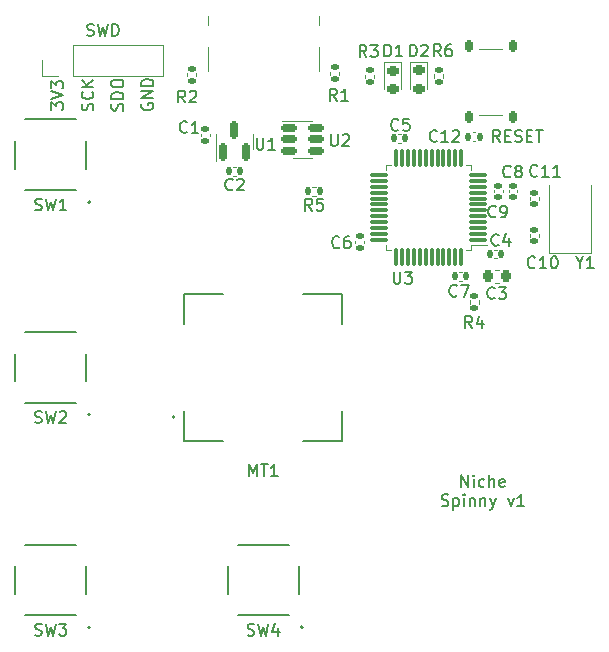
<source format=gto>
G04 #@! TF.GenerationSoftware,KiCad,Pcbnew,(6.0.1-0)*
G04 #@! TF.CreationDate,2022-07-10T21:45:08+01:00*
G04 #@! TF.ProjectId,Spinny,5370696e-6e79-42e6-9b69-6361645f7063,rev?*
G04 #@! TF.SameCoordinates,Original*
G04 #@! TF.FileFunction,Legend,Top*
G04 #@! TF.FilePolarity,Positive*
%FSLAX46Y46*%
G04 Gerber Fmt 4.6, Leading zero omitted, Abs format (unit mm)*
G04 Created by KiCad (PCBNEW (6.0.1-0)) date 2022-07-10 21:45:08*
%MOMM*%
%LPD*%
G01*
G04 APERTURE LIST*
G04 Aperture macros list*
%AMRoundRect*
0 Rectangle with rounded corners*
0 $1 Rounding radius*
0 $2 $3 $4 $5 $6 $7 $8 $9 X,Y pos of 4 corners*
0 Add a 4 corners polygon primitive as box body*
4,1,4,$2,$3,$4,$5,$6,$7,$8,$9,$2,$3,0*
0 Add four circle primitives for the rounded corners*
1,1,$1+$1,$2,$3*
1,1,$1+$1,$4,$5*
1,1,$1+$1,$6,$7*
1,1,$1+$1,$8,$9*
0 Add four rect primitives between the rounded corners*
20,1,$1+$1,$2,$3,$4,$5,0*
20,1,$1+$1,$4,$5,$6,$7,0*
20,1,$1+$1,$6,$7,$8,$9,0*
20,1,$1+$1,$8,$9,$2,$3,0*%
G04 Aperture macros list end*
%ADD10C,0.150000*%
%ADD11C,0.127000*%
%ADD12C,0.200000*%
%ADD13C,0.120000*%
%ADD14R,1.508000X1.508000*%
%ADD15C,1.508000*%
%ADD16RoundRect,0.218750X-0.256250X0.218750X-0.256250X-0.218750X0.256250X-0.218750X0.256250X0.218750X0*%
%ADD17C,3.200000*%
%ADD18RoundRect,0.135000X-0.185000X0.135000X-0.185000X-0.135000X0.185000X-0.135000X0.185000X0.135000X0*%
%ADD19RoundRect,0.140000X-0.140000X-0.170000X0.140000X-0.170000X0.140000X0.170000X-0.140000X0.170000X0*%
%ADD20R,1.650000X1.650000*%
%ADD21C,1.650000*%
%ADD22O,6.000000X3.000000*%
%ADD23R,2.400000X2.000000*%
%ADD24RoundRect,0.075000X0.662500X0.075000X-0.662500X0.075000X-0.662500X-0.075000X0.662500X-0.075000X0*%
%ADD25RoundRect,0.075000X0.075000X0.662500X-0.075000X0.662500X-0.075000X-0.662500X0.075000X-0.662500X0*%
%ADD26C,0.650000*%
%ADD27R,0.600000X1.450000*%
%ADD28R,0.300000X1.450000*%
%ADD29O,1.000000X2.100000*%
%ADD30O,1.000000X1.600000*%
%ADD31RoundRect,0.150000X0.150000X-0.587500X0.150000X0.587500X-0.150000X0.587500X-0.150000X-0.587500X0*%
%ADD32RoundRect,0.140000X0.140000X0.170000X-0.140000X0.170000X-0.140000X-0.170000X0.140000X-0.170000X0*%
%ADD33RoundRect,0.140000X-0.170000X0.140000X-0.170000X-0.140000X0.170000X-0.140000X0.170000X0.140000X0*%
%ADD34RoundRect,0.140000X0.170000X-0.140000X0.170000X0.140000X-0.170000X0.140000X-0.170000X-0.140000X0*%
%ADD35RoundRect,0.135000X-0.135000X-0.185000X0.135000X-0.185000X0.135000X0.185000X-0.135000X0.185000X0*%
%ADD36RoundRect,0.225000X-0.225000X-0.250000X0.225000X-0.250000X0.225000X0.250000X-0.225000X0.250000X0*%
%ADD37RoundRect,0.135000X0.185000X-0.135000X0.185000X0.135000X-0.185000X0.135000X-0.185000X-0.135000X0*%
%ADD38RoundRect,0.150000X-0.512500X-0.150000X0.512500X-0.150000X0.512500X0.150000X-0.512500X0.150000X0*%
%ADD39R,1.700000X1.700000*%
%ADD40O,1.700000X1.700000*%
%ADD41RoundRect,0.187500X0.187500X-0.312500X0.187500X0.312500X-0.187500X0.312500X-0.187500X-0.312500X0*%
G04 APERTURE END LIST*
D10*
X135072857Y-71874761D02*
X135215714Y-71922380D01*
X135453809Y-71922380D01*
X135549047Y-71874761D01*
X135596666Y-71827142D01*
X135644285Y-71731904D01*
X135644285Y-71636666D01*
X135596666Y-71541428D01*
X135549047Y-71493809D01*
X135453809Y-71446190D01*
X135263333Y-71398571D01*
X135168095Y-71350952D01*
X135120476Y-71303333D01*
X135072857Y-71208095D01*
X135072857Y-71112857D01*
X135120476Y-71017619D01*
X135168095Y-70970000D01*
X135263333Y-70922380D01*
X135501428Y-70922380D01*
X135644285Y-70970000D01*
X135977619Y-70922380D02*
X136215714Y-71922380D01*
X136406190Y-71208095D01*
X136596666Y-71922380D01*
X136834761Y-70922380D01*
X137215714Y-71922380D02*
X137215714Y-70922380D01*
X137453809Y-70922380D01*
X137596666Y-70970000D01*
X137691904Y-71065238D01*
X137739523Y-71160476D01*
X137787142Y-71350952D01*
X137787142Y-71493809D01*
X137739523Y-71684285D01*
X137691904Y-71779523D01*
X137596666Y-71874761D01*
X137453809Y-71922380D01*
X137215714Y-71922380D01*
X139730000Y-77671904D02*
X139682380Y-77767142D01*
X139682380Y-77910000D01*
X139730000Y-78052857D01*
X139825238Y-78148095D01*
X139920476Y-78195714D01*
X140110952Y-78243333D01*
X140253809Y-78243333D01*
X140444285Y-78195714D01*
X140539523Y-78148095D01*
X140634761Y-78052857D01*
X140682380Y-77910000D01*
X140682380Y-77814761D01*
X140634761Y-77671904D01*
X140587142Y-77624285D01*
X140253809Y-77624285D01*
X140253809Y-77814761D01*
X140682380Y-77195714D02*
X139682380Y-77195714D01*
X140682380Y-76624285D01*
X139682380Y-76624285D01*
X140682380Y-76148095D02*
X139682380Y-76148095D01*
X139682380Y-75910000D01*
X139730000Y-75767142D01*
X139825238Y-75671904D01*
X139920476Y-75624285D01*
X140110952Y-75576666D01*
X140253809Y-75576666D01*
X140444285Y-75624285D01*
X140539523Y-75671904D01*
X140634761Y-75767142D01*
X140682380Y-75910000D01*
X140682380Y-76148095D01*
X132052380Y-78178095D02*
X132052380Y-77559047D01*
X132433333Y-77892380D01*
X132433333Y-77749523D01*
X132480952Y-77654285D01*
X132528571Y-77606666D01*
X132623809Y-77559047D01*
X132861904Y-77559047D01*
X132957142Y-77606666D01*
X133004761Y-77654285D01*
X133052380Y-77749523D01*
X133052380Y-78035238D01*
X133004761Y-78130476D01*
X132957142Y-78178095D01*
X132052380Y-77273333D02*
X133052380Y-76940000D01*
X132052380Y-76606666D01*
X132052380Y-76368571D02*
X132052380Y-75749523D01*
X132433333Y-76082857D01*
X132433333Y-75940000D01*
X132480952Y-75844761D01*
X132528571Y-75797142D01*
X132623809Y-75749523D01*
X132861904Y-75749523D01*
X132957142Y-75797142D01*
X133004761Y-75844761D01*
X133052380Y-75940000D01*
X133052380Y-76225714D01*
X133004761Y-76320952D01*
X132957142Y-76368571D01*
X135564761Y-78225714D02*
X135612380Y-78082857D01*
X135612380Y-77844761D01*
X135564761Y-77749523D01*
X135517142Y-77701904D01*
X135421904Y-77654285D01*
X135326666Y-77654285D01*
X135231428Y-77701904D01*
X135183809Y-77749523D01*
X135136190Y-77844761D01*
X135088571Y-78035238D01*
X135040952Y-78130476D01*
X134993333Y-78178095D01*
X134898095Y-78225714D01*
X134802857Y-78225714D01*
X134707619Y-78178095D01*
X134660000Y-78130476D01*
X134612380Y-78035238D01*
X134612380Y-77797142D01*
X134660000Y-77654285D01*
X135517142Y-76654285D02*
X135564761Y-76701904D01*
X135612380Y-76844761D01*
X135612380Y-76940000D01*
X135564761Y-77082857D01*
X135469523Y-77178095D01*
X135374285Y-77225714D01*
X135183809Y-77273333D01*
X135040952Y-77273333D01*
X134850476Y-77225714D01*
X134755238Y-77178095D01*
X134660000Y-77082857D01*
X134612380Y-76940000D01*
X134612380Y-76844761D01*
X134660000Y-76701904D01*
X134707619Y-76654285D01*
X135612380Y-76225714D02*
X134612380Y-76225714D01*
X135612380Y-75654285D02*
X135040952Y-76082857D01*
X134612380Y-75654285D02*
X135183809Y-76225714D01*
X138094761Y-78249523D02*
X138142380Y-78106666D01*
X138142380Y-77868571D01*
X138094761Y-77773333D01*
X138047142Y-77725714D01*
X137951904Y-77678095D01*
X137856666Y-77678095D01*
X137761428Y-77725714D01*
X137713809Y-77773333D01*
X137666190Y-77868571D01*
X137618571Y-78059047D01*
X137570952Y-78154285D01*
X137523333Y-78201904D01*
X137428095Y-78249523D01*
X137332857Y-78249523D01*
X137237619Y-78201904D01*
X137190000Y-78154285D01*
X137142380Y-78059047D01*
X137142380Y-77820952D01*
X137190000Y-77678095D01*
X138142380Y-77249523D02*
X137142380Y-77249523D01*
X137142380Y-77011428D01*
X137190000Y-76868571D01*
X137285238Y-76773333D01*
X137380476Y-76725714D01*
X137570952Y-76678095D01*
X137713809Y-76678095D01*
X137904285Y-76725714D01*
X137999523Y-76773333D01*
X138094761Y-76868571D01*
X138142380Y-77011428D01*
X138142380Y-77249523D01*
X137142380Y-76059047D02*
X137142380Y-75868571D01*
X137190000Y-75773333D01*
X137285238Y-75678095D01*
X137475714Y-75630476D01*
X137809047Y-75630476D01*
X137999523Y-75678095D01*
X138094761Y-75773333D01*
X138142380Y-75868571D01*
X138142380Y-76059047D01*
X138094761Y-76154285D01*
X137999523Y-76249523D01*
X137809047Y-76297142D01*
X137475714Y-76297142D01*
X137285238Y-76249523D01*
X137190000Y-76154285D01*
X137142380Y-76059047D01*
X166756666Y-110127380D02*
X166756666Y-109127380D01*
X167328095Y-110127380D01*
X167328095Y-109127380D01*
X167804285Y-110127380D02*
X167804285Y-109460714D01*
X167804285Y-109127380D02*
X167756666Y-109175000D01*
X167804285Y-109222619D01*
X167851904Y-109175000D01*
X167804285Y-109127380D01*
X167804285Y-109222619D01*
X168709047Y-110079761D02*
X168613809Y-110127380D01*
X168423333Y-110127380D01*
X168328095Y-110079761D01*
X168280476Y-110032142D01*
X168232857Y-109936904D01*
X168232857Y-109651190D01*
X168280476Y-109555952D01*
X168328095Y-109508333D01*
X168423333Y-109460714D01*
X168613809Y-109460714D01*
X168709047Y-109508333D01*
X169137619Y-110127380D02*
X169137619Y-109127380D01*
X169566190Y-110127380D02*
X169566190Y-109603571D01*
X169518571Y-109508333D01*
X169423333Y-109460714D01*
X169280476Y-109460714D01*
X169185238Y-109508333D01*
X169137619Y-109555952D01*
X170423333Y-110079761D02*
X170328095Y-110127380D01*
X170137619Y-110127380D01*
X170042380Y-110079761D01*
X169994761Y-109984523D01*
X169994761Y-109603571D01*
X170042380Y-109508333D01*
X170137619Y-109460714D01*
X170328095Y-109460714D01*
X170423333Y-109508333D01*
X170470952Y-109603571D01*
X170470952Y-109698809D01*
X169994761Y-109794047D01*
X165090000Y-111689761D02*
X165232857Y-111737380D01*
X165470952Y-111737380D01*
X165566190Y-111689761D01*
X165613809Y-111642142D01*
X165661428Y-111546904D01*
X165661428Y-111451666D01*
X165613809Y-111356428D01*
X165566190Y-111308809D01*
X165470952Y-111261190D01*
X165280476Y-111213571D01*
X165185238Y-111165952D01*
X165137619Y-111118333D01*
X165090000Y-111023095D01*
X165090000Y-110927857D01*
X165137619Y-110832619D01*
X165185238Y-110785000D01*
X165280476Y-110737380D01*
X165518571Y-110737380D01*
X165661428Y-110785000D01*
X166090000Y-111070714D02*
X166090000Y-112070714D01*
X166090000Y-111118333D02*
X166185238Y-111070714D01*
X166375714Y-111070714D01*
X166470952Y-111118333D01*
X166518571Y-111165952D01*
X166566190Y-111261190D01*
X166566190Y-111546904D01*
X166518571Y-111642142D01*
X166470952Y-111689761D01*
X166375714Y-111737380D01*
X166185238Y-111737380D01*
X166090000Y-111689761D01*
X166994761Y-111737380D02*
X166994761Y-111070714D01*
X166994761Y-110737380D02*
X166947142Y-110785000D01*
X166994761Y-110832619D01*
X167042380Y-110785000D01*
X166994761Y-110737380D01*
X166994761Y-110832619D01*
X167470952Y-111070714D02*
X167470952Y-111737380D01*
X167470952Y-111165952D02*
X167518571Y-111118333D01*
X167613809Y-111070714D01*
X167756666Y-111070714D01*
X167851904Y-111118333D01*
X167899523Y-111213571D01*
X167899523Y-111737380D01*
X168375714Y-111070714D02*
X168375714Y-111737380D01*
X168375714Y-111165952D02*
X168423333Y-111118333D01*
X168518571Y-111070714D01*
X168661428Y-111070714D01*
X168756666Y-111118333D01*
X168804285Y-111213571D01*
X168804285Y-111737380D01*
X169185238Y-111070714D02*
X169423333Y-111737380D01*
X169661428Y-111070714D02*
X169423333Y-111737380D01*
X169328095Y-111975476D01*
X169280476Y-112023095D01*
X169185238Y-112070714D01*
X170709047Y-111070714D02*
X170947142Y-111737380D01*
X171185238Y-111070714D01*
X172090000Y-111737380D02*
X171518571Y-111737380D01*
X171804285Y-111737380D02*
X171804285Y-110737380D01*
X171709047Y-110880238D01*
X171613809Y-110975476D01*
X171518571Y-111023095D01*
X170027619Y-80912380D02*
X169694285Y-80436190D01*
X169456190Y-80912380D02*
X169456190Y-79912380D01*
X169837142Y-79912380D01*
X169932380Y-79960000D01*
X169980000Y-80007619D01*
X170027619Y-80102857D01*
X170027619Y-80245714D01*
X169980000Y-80340952D01*
X169932380Y-80388571D01*
X169837142Y-80436190D01*
X169456190Y-80436190D01*
X170456190Y-80388571D02*
X170789523Y-80388571D01*
X170932380Y-80912380D02*
X170456190Y-80912380D01*
X170456190Y-79912380D01*
X170932380Y-79912380D01*
X171313333Y-80864761D02*
X171456190Y-80912380D01*
X171694285Y-80912380D01*
X171789523Y-80864761D01*
X171837142Y-80817142D01*
X171884761Y-80721904D01*
X171884761Y-80626666D01*
X171837142Y-80531428D01*
X171789523Y-80483809D01*
X171694285Y-80436190D01*
X171503809Y-80388571D01*
X171408571Y-80340952D01*
X171360952Y-80293333D01*
X171313333Y-80198095D01*
X171313333Y-80102857D01*
X171360952Y-80007619D01*
X171408571Y-79960000D01*
X171503809Y-79912380D01*
X171741904Y-79912380D01*
X171884761Y-79960000D01*
X172313333Y-80388571D02*
X172646666Y-80388571D01*
X172789523Y-80912380D02*
X172313333Y-80912380D01*
X172313333Y-79912380D01*
X172789523Y-79912380D01*
X173075238Y-79912380D02*
X173646666Y-79912380D01*
X173360952Y-80912380D02*
X173360952Y-79912380D01*
X130666666Y-104654761D02*
X130809523Y-104702380D01*
X131047619Y-104702380D01*
X131142857Y-104654761D01*
X131190476Y-104607142D01*
X131238095Y-104511904D01*
X131238095Y-104416666D01*
X131190476Y-104321428D01*
X131142857Y-104273809D01*
X131047619Y-104226190D01*
X130857142Y-104178571D01*
X130761904Y-104130952D01*
X130714285Y-104083333D01*
X130666666Y-103988095D01*
X130666666Y-103892857D01*
X130714285Y-103797619D01*
X130761904Y-103750000D01*
X130857142Y-103702380D01*
X131095238Y-103702380D01*
X131238095Y-103750000D01*
X131571428Y-103702380D02*
X131809523Y-104702380D01*
X132000000Y-103988095D01*
X132190476Y-104702380D01*
X132428571Y-103702380D01*
X132761904Y-103797619D02*
X132809523Y-103750000D01*
X132904761Y-103702380D01*
X133142857Y-103702380D01*
X133238095Y-103750000D01*
X133285714Y-103797619D01*
X133333333Y-103892857D01*
X133333333Y-103988095D01*
X133285714Y-104130952D01*
X132714285Y-104702380D01*
X133333333Y-104702380D01*
X160261904Y-73667380D02*
X160261904Y-72667380D01*
X160500000Y-72667380D01*
X160642857Y-72715000D01*
X160738095Y-72810238D01*
X160785714Y-72905476D01*
X160833333Y-73095952D01*
X160833333Y-73238809D01*
X160785714Y-73429285D01*
X160738095Y-73524523D01*
X160642857Y-73619761D01*
X160500000Y-73667380D01*
X160261904Y-73667380D01*
X161785714Y-73667380D02*
X161214285Y-73667380D01*
X161500000Y-73667380D02*
X161500000Y-72667380D01*
X161404761Y-72810238D01*
X161309523Y-72905476D01*
X161214285Y-72953095D01*
X130666666Y-122654761D02*
X130809523Y-122702380D01*
X131047619Y-122702380D01*
X131142857Y-122654761D01*
X131190476Y-122607142D01*
X131238095Y-122511904D01*
X131238095Y-122416666D01*
X131190476Y-122321428D01*
X131142857Y-122273809D01*
X131047619Y-122226190D01*
X130857142Y-122178571D01*
X130761904Y-122130952D01*
X130714285Y-122083333D01*
X130666666Y-121988095D01*
X130666666Y-121892857D01*
X130714285Y-121797619D01*
X130761904Y-121750000D01*
X130857142Y-121702380D01*
X131095238Y-121702380D01*
X131238095Y-121750000D01*
X131571428Y-121702380D02*
X131809523Y-122702380D01*
X132000000Y-121988095D01*
X132190476Y-122702380D01*
X132428571Y-121702380D01*
X132714285Y-121702380D02*
X133333333Y-121702380D01*
X133000000Y-122083333D01*
X133142857Y-122083333D01*
X133238095Y-122130952D01*
X133285714Y-122178571D01*
X133333333Y-122273809D01*
X133333333Y-122511904D01*
X133285714Y-122607142D01*
X133238095Y-122654761D01*
X133142857Y-122702380D01*
X132857142Y-122702380D01*
X132761904Y-122654761D01*
X132714285Y-122607142D01*
X167683333Y-96652380D02*
X167350000Y-96176190D01*
X167111904Y-96652380D02*
X167111904Y-95652380D01*
X167492857Y-95652380D01*
X167588095Y-95700000D01*
X167635714Y-95747619D01*
X167683333Y-95842857D01*
X167683333Y-95985714D01*
X167635714Y-96080952D01*
X167588095Y-96128571D01*
X167492857Y-96176190D01*
X167111904Y-96176190D01*
X168540476Y-95985714D02*
X168540476Y-96652380D01*
X168302380Y-95604761D02*
X168064285Y-96319047D01*
X168683333Y-96319047D01*
X161433333Y-79857142D02*
X161385714Y-79904761D01*
X161242857Y-79952380D01*
X161147619Y-79952380D01*
X161004761Y-79904761D01*
X160909523Y-79809523D01*
X160861904Y-79714285D01*
X160814285Y-79523809D01*
X160814285Y-79380952D01*
X160861904Y-79190476D01*
X160909523Y-79095238D01*
X161004761Y-79000000D01*
X161147619Y-78952380D01*
X161242857Y-78952380D01*
X161385714Y-79000000D01*
X161433333Y-79047619D01*
X162338095Y-78952380D02*
X161861904Y-78952380D01*
X161814285Y-79428571D01*
X161861904Y-79380952D01*
X161957142Y-79333333D01*
X162195238Y-79333333D01*
X162290476Y-79380952D01*
X162338095Y-79428571D01*
X162385714Y-79523809D01*
X162385714Y-79761904D01*
X162338095Y-79857142D01*
X162290476Y-79904761D01*
X162195238Y-79952380D01*
X161957142Y-79952380D01*
X161861904Y-79904761D01*
X161814285Y-79857142D01*
X164707142Y-80807142D02*
X164659523Y-80854761D01*
X164516666Y-80902380D01*
X164421428Y-80902380D01*
X164278571Y-80854761D01*
X164183333Y-80759523D01*
X164135714Y-80664285D01*
X164088095Y-80473809D01*
X164088095Y-80330952D01*
X164135714Y-80140476D01*
X164183333Y-80045238D01*
X164278571Y-79950000D01*
X164421428Y-79902380D01*
X164516666Y-79902380D01*
X164659523Y-79950000D01*
X164707142Y-79997619D01*
X165659523Y-80902380D02*
X165088095Y-80902380D01*
X165373809Y-80902380D02*
X165373809Y-79902380D01*
X165278571Y-80045238D01*
X165183333Y-80140476D01*
X165088095Y-80188095D01*
X166040476Y-79997619D02*
X166088095Y-79950000D01*
X166183333Y-79902380D01*
X166421428Y-79902380D01*
X166516666Y-79950000D01*
X166564285Y-79997619D01*
X166611904Y-80092857D01*
X166611904Y-80188095D01*
X166564285Y-80330952D01*
X165992857Y-80902380D01*
X166611904Y-80902380D01*
X148799523Y-109212380D02*
X148799523Y-108212380D01*
X149132857Y-108926666D01*
X149466190Y-108212380D01*
X149466190Y-109212380D01*
X149799523Y-108212380D02*
X150370952Y-108212380D01*
X150085238Y-109212380D02*
X150085238Y-108212380D01*
X151228095Y-109212380D02*
X150656666Y-109212380D01*
X150942380Y-109212380D02*
X150942380Y-108212380D01*
X150847142Y-108355238D01*
X150751904Y-108450476D01*
X150656666Y-108498095D01*
X176773809Y-91126190D02*
X176773809Y-91602380D01*
X176440476Y-90602380D02*
X176773809Y-91126190D01*
X177107142Y-90602380D01*
X177964285Y-91602380D02*
X177392857Y-91602380D01*
X177678571Y-91602380D02*
X177678571Y-90602380D01*
X177583333Y-90745238D01*
X177488095Y-90840476D01*
X177392857Y-90888095D01*
X130666666Y-86654761D02*
X130809523Y-86702380D01*
X131047619Y-86702380D01*
X131142857Y-86654761D01*
X131190476Y-86607142D01*
X131238095Y-86511904D01*
X131238095Y-86416666D01*
X131190476Y-86321428D01*
X131142857Y-86273809D01*
X131047619Y-86226190D01*
X130857142Y-86178571D01*
X130761904Y-86130952D01*
X130714285Y-86083333D01*
X130666666Y-85988095D01*
X130666666Y-85892857D01*
X130714285Y-85797619D01*
X130761904Y-85750000D01*
X130857142Y-85702380D01*
X131095238Y-85702380D01*
X131238095Y-85750000D01*
X131571428Y-85702380D02*
X131809523Y-86702380D01*
X132000000Y-85988095D01*
X132190476Y-86702380D01*
X132428571Y-85702380D01*
X133333333Y-86702380D02*
X132761904Y-86702380D01*
X133047619Y-86702380D02*
X133047619Y-85702380D01*
X132952380Y-85845238D01*
X132857142Y-85940476D01*
X132761904Y-85988095D01*
X161038095Y-91902380D02*
X161038095Y-92711904D01*
X161085714Y-92807142D01*
X161133333Y-92854761D01*
X161228571Y-92902380D01*
X161419047Y-92902380D01*
X161514285Y-92854761D01*
X161561904Y-92807142D01*
X161609523Y-92711904D01*
X161609523Y-91902380D01*
X161990476Y-91902380D02*
X162609523Y-91902380D01*
X162276190Y-92283333D01*
X162419047Y-92283333D01*
X162514285Y-92330952D01*
X162561904Y-92378571D01*
X162609523Y-92473809D01*
X162609523Y-92711904D01*
X162561904Y-92807142D01*
X162514285Y-92854761D01*
X162419047Y-92902380D01*
X162133333Y-92902380D01*
X162038095Y-92854761D01*
X161990476Y-92807142D01*
X149438095Y-80552380D02*
X149438095Y-81361904D01*
X149485714Y-81457142D01*
X149533333Y-81504761D01*
X149628571Y-81552380D01*
X149819047Y-81552380D01*
X149914285Y-81504761D01*
X149961904Y-81457142D01*
X150009523Y-81361904D01*
X150009523Y-80552380D01*
X151009523Y-81552380D02*
X150438095Y-81552380D01*
X150723809Y-81552380D02*
X150723809Y-80552380D01*
X150628571Y-80695238D01*
X150533333Y-80790476D01*
X150438095Y-80838095D01*
X166383333Y-93907142D02*
X166335714Y-93954761D01*
X166192857Y-94002380D01*
X166097619Y-94002380D01*
X165954761Y-93954761D01*
X165859523Y-93859523D01*
X165811904Y-93764285D01*
X165764285Y-93573809D01*
X165764285Y-93430952D01*
X165811904Y-93240476D01*
X165859523Y-93145238D01*
X165954761Y-93050000D01*
X166097619Y-93002380D01*
X166192857Y-93002380D01*
X166335714Y-93050000D01*
X166383333Y-93097619D01*
X166716666Y-93002380D02*
X167383333Y-93002380D01*
X166954761Y-94002380D01*
X165033333Y-73652380D02*
X164700000Y-73176190D01*
X164461904Y-73652380D02*
X164461904Y-72652380D01*
X164842857Y-72652380D01*
X164938095Y-72700000D01*
X164985714Y-72747619D01*
X165033333Y-72842857D01*
X165033333Y-72985714D01*
X164985714Y-73080952D01*
X164938095Y-73128571D01*
X164842857Y-73176190D01*
X164461904Y-73176190D01*
X165890476Y-72652380D02*
X165700000Y-72652380D01*
X165604761Y-72700000D01*
X165557142Y-72747619D01*
X165461904Y-72890476D01*
X165414285Y-73080952D01*
X165414285Y-73461904D01*
X165461904Y-73557142D01*
X165509523Y-73604761D01*
X165604761Y-73652380D01*
X165795238Y-73652380D01*
X165890476Y-73604761D01*
X165938095Y-73557142D01*
X165985714Y-73461904D01*
X165985714Y-73223809D01*
X165938095Y-73128571D01*
X165890476Y-73080952D01*
X165795238Y-73033333D01*
X165604761Y-73033333D01*
X165509523Y-73080952D01*
X165461904Y-73128571D01*
X165414285Y-73223809D01*
X169933333Y-89607142D02*
X169885714Y-89654761D01*
X169742857Y-89702380D01*
X169647619Y-89702380D01*
X169504761Y-89654761D01*
X169409523Y-89559523D01*
X169361904Y-89464285D01*
X169314285Y-89273809D01*
X169314285Y-89130952D01*
X169361904Y-88940476D01*
X169409523Y-88845238D01*
X169504761Y-88750000D01*
X169647619Y-88702380D01*
X169742857Y-88702380D01*
X169885714Y-88750000D01*
X169933333Y-88797619D01*
X170790476Y-89035714D02*
X170790476Y-89702380D01*
X170552380Y-88654761D02*
X170314285Y-89369047D01*
X170933333Y-89369047D01*
X162411904Y-73667380D02*
X162411904Y-72667380D01*
X162650000Y-72667380D01*
X162792857Y-72715000D01*
X162888095Y-72810238D01*
X162935714Y-72905476D01*
X162983333Y-73095952D01*
X162983333Y-73238809D01*
X162935714Y-73429285D01*
X162888095Y-73524523D01*
X162792857Y-73619761D01*
X162650000Y-73667380D01*
X162411904Y-73667380D01*
X163364285Y-72762619D02*
X163411904Y-72715000D01*
X163507142Y-72667380D01*
X163745238Y-72667380D01*
X163840476Y-72715000D01*
X163888095Y-72762619D01*
X163935714Y-72857857D01*
X163935714Y-72953095D01*
X163888095Y-73095952D01*
X163316666Y-73667380D01*
X163935714Y-73667380D01*
X170933333Y-83807142D02*
X170885714Y-83854761D01*
X170742857Y-83902380D01*
X170647619Y-83902380D01*
X170504761Y-83854761D01*
X170409523Y-83759523D01*
X170361904Y-83664285D01*
X170314285Y-83473809D01*
X170314285Y-83330952D01*
X170361904Y-83140476D01*
X170409523Y-83045238D01*
X170504761Y-82950000D01*
X170647619Y-82902380D01*
X170742857Y-82902380D01*
X170885714Y-82950000D01*
X170933333Y-82997619D01*
X171504761Y-83330952D02*
X171409523Y-83283333D01*
X171361904Y-83235714D01*
X171314285Y-83140476D01*
X171314285Y-83092857D01*
X171361904Y-82997619D01*
X171409523Y-82950000D01*
X171504761Y-82902380D01*
X171695238Y-82902380D01*
X171790476Y-82950000D01*
X171838095Y-82997619D01*
X171885714Y-83092857D01*
X171885714Y-83140476D01*
X171838095Y-83235714D01*
X171790476Y-83283333D01*
X171695238Y-83330952D01*
X171504761Y-83330952D01*
X171409523Y-83378571D01*
X171361904Y-83426190D01*
X171314285Y-83521428D01*
X171314285Y-83711904D01*
X171361904Y-83807142D01*
X171409523Y-83854761D01*
X171504761Y-83902380D01*
X171695238Y-83902380D01*
X171790476Y-83854761D01*
X171838095Y-83807142D01*
X171885714Y-83711904D01*
X171885714Y-83521428D01*
X171838095Y-83426190D01*
X171790476Y-83378571D01*
X171695238Y-83330952D01*
X173007142Y-91507142D02*
X172959523Y-91554761D01*
X172816666Y-91602380D01*
X172721428Y-91602380D01*
X172578571Y-91554761D01*
X172483333Y-91459523D01*
X172435714Y-91364285D01*
X172388095Y-91173809D01*
X172388095Y-91030952D01*
X172435714Y-90840476D01*
X172483333Y-90745238D01*
X172578571Y-90650000D01*
X172721428Y-90602380D01*
X172816666Y-90602380D01*
X172959523Y-90650000D01*
X173007142Y-90697619D01*
X173959523Y-91602380D02*
X173388095Y-91602380D01*
X173673809Y-91602380D02*
X173673809Y-90602380D01*
X173578571Y-90745238D01*
X173483333Y-90840476D01*
X173388095Y-90888095D01*
X174578571Y-90602380D02*
X174673809Y-90602380D01*
X174769047Y-90650000D01*
X174816666Y-90697619D01*
X174864285Y-90792857D01*
X174911904Y-90983333D01*
X174911904Y-91221428D01*
X174864285Y-91411904D01*
X174816666Y-91507142D01*
X174769047Y-91554761D01*
X174673809Y-91602380D01*
X174578571Y-91602380D01*
X174483333Y-91554761D01*
X174435714Y-91507142D01*
X174388095Y-91411904D01*
X174340476Y-91221428D01*
X174340476Y-90983333D01*
X174388095Y-90792857D01*
X174435714Y-90697619D01*
X174483333Y-90650000D01*
X174578571Y-90602380D01*
X143543333Y-80057142D02*
X143495714Y-80104761D01*
X143352857Y-80152380D01*
X143257619Y-80152380D01*
X143114761Y-80104761D01*
X143019523Y-80009523D01*
X142971904Y-79914285D01*
X142924285Y-79723809D01*
X142924285Y-79580952D01*
X142971904Y-79390476D01*
X143019523Y-79295238D01*
X143114761Y-79200000D01*
X143257619Y-79152380D01*
X143352857Y-79152380D01*
X143495714Y-79200000D01*
X143543333Y-79247619D01*
X144495714Y-80152380D02*
X143924285Y-80152380D01*
X144210000Y-80152380D02*
X144210000Y-79152380D01*
X144114761Y-79295238D01*
X144019523Y-79390476D01*
X143924285Y-79438095D01*
X156233333Y-77402380D02*
X155900000Y-76926190D01*
X155661904Y-77402380D02*
X155661904Y-76402380D01*
X156042857Y-76402380D01*
X156138095Y-76450000D01*
X156185714Y-76497619D01*
X156233333Y-76592857D01*
X156233333Y-76735714D01*
X156185714Y-76830952D01*
X156138095Y-76878571D01*
X156042857Y-76926190D01*
X155661904Y-76926190D01*
X157185714Y-77402380D02*
X156614285Y-77402380D01*
X156900000Y-77402380D02*
X156900000Y-76402380D01*
X156804761Y-76545238D01*
X156709523Y-76640476D01*
X156614285Y-76688095D01*
X158733333Y-73702380D02*
X158400000Y-73226190D01*
X158161904Y-73702380D02*
X158161904Y-72702380D01*
X158542857Y-72702380D01*
X158638095Y-72750000D01*
X158685714Y-72797619D01*
X158733333Y-72892857D01*
X158733333Y-73035714D01*
X158685714Y-73130952D01*
X158638095Y-73178571D01*
X158542857Y-73226190D01*
X158161904Y-73226190D01*
X159066666Y-72702380D02*
X159685714Y-72702380D01*
X159352380Y-73083333D01*
X159495238Y-73083333D01*
X159590476Y-73130952D01*
X159638095Y-73178571D01*
X159685714Y-73273809D01*
X159685714Y-73511904D01*
X159638095Y-73607142D01*
X159590476Y-73654761D01*
X159495238Y-73702380D01*
X159209523Y-73702380D01*
X159114285Y-73654761D01*
X159066666Y-73607142D01*
X173207142Y-83757142D02*
X173159523Y-83804761D01*
X173016666Y-83852380D01*
X172921428Y-83852380D01*
X172778571Y-83804761D01*
X172683333Y-83709523D01*
X172635714Y-83614285D01*
X172588095Y-83423809D01*
X172588095Y-83280952D01*
X172635714Y-83090476D01*
X172683333Y-82995238D01*
X172778571Y-82900000D01*
X172921428Y-82852380D01*
X173016666Y-82852380D01*
X173159523Y-82900000D01*
X173207142Y-82947619D01*
X174159523Y-83852380D02*
X173588095Y-83852380D01*
X173873809Y-83852380D02*
X173873809Y-82852380D01*
X173778571Y-82995238D01*
X173683333Y-83090476D01*
X173588095Y-83138095D01*
X175111904Y-83852380D02*
X174540476Y-83852380D01*
X174826190Y-83852380D02*
X174826190Y-82852380D01*
X174730952Y-82995238D01*
X174635714Y-83090476D01*
X174540476Y-83138095D01*
X154143333Y-86722380D02*
X153810000Y-86246190D01*
X153571904Y-86722380D02*
X153571904Y-85722380D01*
X153952857Y-85722380D01*
X154048095Y-85770000D01*
X154095714Y-85817619D01*
X154143333Y-85912857D01*
X154143333Y-86055714D01*
X154095714Y-86150952D01*
X154048095Y-86198571D01*
X153952857Y-86246190D01*
X153571904Y-86246190D01*
X155048095Y-85722380D02*
X154571904Y-85722380D01*
X154524285Y-86198571D01*
X154571904Y-86150952D01*
X154667142Y-86103333D01*
X154905238Y-86103333D01*
X155000476Y-86150952D01*
X155048095Y-86198571D01*
X155095714Y-86293809D01*
X155095714Y-86531904D01*
X155048095Y-86627142D01*
X155000476Y-86674761D01*
X154905238Y-86722380D01*
X154667142Y-86722380D01*
X154571904Y-86674761D01*
X154524285Y-86627142D01*
X169583333Y-94107142D02*
X169535714Y-94154761D01*
X169392857Y-94202380D01*
X169297619Y-94202380D01*
X169154761Y-94154761D01*
X169059523Y-94059523D01*
X169011904Y-93964285D01*
X168964285Y-93773809D01*
X168964285Y-93630952D01*
X169011904Y-93440476D01*
X169059523Y-93345238D01*
X169154761Y-93250000D01*
X169297619Y-93202380D01*
X169392857Y-93202380D01*
X169535714Y-93250000D01*
X169583333Y-93297619D01*
X169916666Y-93202380D02*
X170535714Y-93202380D01*
X170202380Y-93583333D01*
X170345238Y-93583333D01*
X170440476Y-93630952D01*
X170488095Y-93678571D01*
X170535714Y-93773809D01*
X170535714Y-94011904D01*
X170488095Y-94107142D01*
X170440476Y-94154761D01*
X170345238Y-94202380D01*
X170059523Y-94202380D01*
X169964285Y-94154761D01*
X169916666Y-94107142D01*
X143383333Y-77552380D02*
X143050000Y-77076190D01*
X142811904Y-77552380D02*
X142811904Y-76552380D01*
X143192857Y-76552380D01*
X143288095Y-76600000D01*
X143335714Y-76647619D01*
X143383333Y-76742857D01*
X143383333Y-76885714D01*
X143335714Y-76980952D01*
X143288095Y-77028571D01*
X143192857Y-77076190D01*
X142811904Y-77076190D01*
X143764285Y-76647619D02*
X143811904Y-76600000D01*
X143907142Y-76552380D01*
X144145238Y-76552380D01*
X144240476Y-76600000D01*
X144288095Y-76647619D01*
X144335714Y-76742857D01*
X144335714Y-76838095D01*
X144288095Y-76980952D01*
X143716666Y-77552380D01*
X144335714Y-77552380D01*
X156433333Y-89807142D02*
X156385714Y-89854761D01*
X156242857Y-89902380D01*
X156147619Y-89902380D01*
X156004761Y-89854761D01*
X155909523Y-89759523D01*
X155861904Y-89664285D01*
X155814285Y-89473809D01*
X155814285Y-89330952D01*
X155861904Y-89140476D01*
X155909523Y-89045238D01*
X156004761Y-88950000D01*
X156147619Y-88902380D01*
X156242857Y-88902380D01*
X156385714Y-88950000D01*
X156433333Y-88997619D01*
X157290476Y-88902380D02*
X157100000Y-88902380D01*
X157004761Y-88950000D01*
X156957142Y-88997619D01*
X156861904Y-89140476D01*
X156814285Y-89330952D01*
X156814285Y-89711904D01*
X156861904Y-89807142D01*
X156909523Y-89854761D01*
X157004761Y-89902380D01*
X157195238Y-89902380D01*
X157290476Y-89854761D01*
X157338095Y-89807142D01*
X157385714Y-89711904D01*
X157385714Y-89473809D01*
X157338095Y-89378571D01*
X157290476Y-89330952D01*
X157195238Y-89283333D01*
X157004761Y-89283333D01*
X156909523Y-89330952D01*
X156861904Y-89378571D01*
X156814285Y-89473809D01*
X155725595Y-80252380D02*
X155725595Y-81061904D01*
X155773214Y-81157142D01*
X155820833Y-81204761D01*
X155916071Y-81252380D01*
X156106547Y-81252380D01*
X156201785Y-81204761D01*
X156249404Y-81157142D01*
X156297023Y-81061904D01*
X156297023Y-80252380D01*
X156725595Y-80347619D02*
X156773214Y-80300000D01*
X156868452Y-80252380D01*
X157106547Y-80252380D01*
X157201785Y-80300000D01*
X157249404Y-80347619D01*
X157297023Y-80442857D01*
X157297023Y-80538095D01*
X157249404Y-80680952D01*
X156677976Y-81252380D01*
X157297023Y-81252380D01*
X169683333Y-87207142D02*
X169635714Y-87254761D01*
X169492857Y-87302380D01*
X169397619Y-87302380D01*
X169254761Y-87254761D01*
X169159523Y-87159523D01*
X169111904Y-87064285D01*
X169064285Y-86873809D01*
X169064285Y-86730952D01*
X169111904Y-86540476D01*
X169159523Y-86445238D01*
X169254761Y-86350000D01*
X169397619Y-86302380D01*
X169492857Y-86302380D01*
X169635714Y-86350000D01*
X169683333Y-86397619D01*
X170159523Y-87302380D02*
X170350000Y-87302380D01*
X170445238Y-87254761D01*
X170492857Y-87207142D01*
X170588095Y-87064285D01*
X170635714Y-86873809D01*
X170635714Y-86492857D01*
X170588095Y-86397619D01*
X170540476Y-86350000D01*
X170445238Y-86302380D01*
X170254761Y-86302380D01*
X170159523Y-86350000D01*
X170111904Y-86397619D01*
X170064285Y-86492857D01*
X170064285Y-86730952D01*
X170111904Y-86826190D01*
X170159523Y-86873809D01*
X170254761Y-86921428D01*
X170445238Y-86921428D01*
X170540476Y-86873809D01*
X170588095Y-86826190D01*
X170635714Y-86730952D01*
X147413333Y-84917142D02*
X147365714Y-84964761D01*
X147222857Y-85012380D01*
X147127619Y-85012380D01*
X146984761Y-84964761D01*
X146889523Y-84869523D01*
X146841904Y-84774285D01*
X146794285Y-84583809D01*
X146794285Y-84440952D01*
X146841904Y-84250476D01*
X146889523Y-84155238D01*
X146984761Y-84060000D01*
X147127619Y-84012380D01*
X147222857Y-84012380D01*
X147365714Y-84060000D01*
X147413333Y-84107619D01*
X147794285Y-84107619D02*
X147841904Y-84060000D01*
X147937142Y-84012380D01*
X148175238Y-84012380D01*
X148270476Y-84060000D01*
X148318095Y-84107619D01*
X148365714Y-84202857D01*
X148365714Y-84298095D01*
X148318095Y-84440952D01*
X147746666Y-85012380D01*
X148365714Y-85012380D01*
X148666666Y-122654761D02*
X148809523Y-122702380D01*
X149047619Y-122702380D01*
X149142857Y-122654761D01*
X149190476Y-122607142D01*
X149238095Y-122511904D01*
X149238095Y-122416666D01*
X149190476Y-122321428D01*
X149142857Y-122273809D01*
X149047619Y-122226190D01*
X148857142Y-122178571D01*
X148761904Y-122130952D01*
X148714285Y-122083333D01*
X148666666Y-121988095D01*
X148666666Y-121892857D01*
X148714285Y-121797619D01*
X148761904Y-121750000D01*
X148857142Y-121702380D01*
X149095238Y-121702380D01*
X149238095Y-121750000D01*
X149571428Y-121702380D02*
X149809523Y-122702380D01*
X150000000Y-121988095D01*
X150190476Y-122702380D01*
X150428571Y-121702380D01*
X151238095Y-122035714D02*
X151238095Y-122702380D01*
X151000000Y-121654761D02*
X150761904Y-122369047D01*
X151380952Y-122369047D01*
D11*
X134176000Y-103000000D02*
X129824000Y-103000000D01*
X135000000Y-101176000D02*
X135000000Y-98824000D01*
X134176000Y-97000000D02*
X129824000Y-97000000D01*
X129000000Y-101176000D02*
X129000000Y-98824000D01*
D12*
X135350000Y-104004000D02*
G75*
G03*
X135350000Y-104004000I-100000J0D01*
G01*
D13*
X161685000Y-74180000D02*
X160215000Y-74180000D01*
X160215000Y-74180000D02*
X160215000Y-76465000D01*
X161685000Y-76465000D02*
X161685000Y-74180000D01*
D11*
X134176000Y-121000000D02*
X129824000Y-121000000D01*
X129000000Y-119176000D02*
X129000000Y-116824000D01*
X135000000Y-119176000D02*
X135000000Y-116824000D01*
X134176000Y-115000000D02*
X129824000Y-115000000D01*
D12*
X135350000Y-122004000D02*
G75*
G03*
X135350000Y-122004000I-100000J0D01*
G01*
D13*
X168230000Y-94296359D02*
X168230000Y-94603641D01*
X167470000Y-94296359D02*
X167470000Y-94603641D01*
X161422164Y-80960000D02*
X161637836Y-80960000D01*
X161422164Y-80240000D02*
X161637836Y-80240000D01*
X167742164Y-80090000D02*
X167957836Y-80090000D01*
X167742164Y-80810000D02*
X167957836Y-80810000D01*
D11*
X146600000Y-106250000D02*
X143300000Y-106250000D01*
X156700000Y-106250000D02*
X156700000Y-103700000D01*
X156700000Y-96300000D02*
X156700000Y-93750000D01*
X143300000Y-106250000D02*
X143300000Y-103700000D01*
X153400000Y-106250000D02*
X156700000Y-106250000D01*
X156700000Y-93750000D02*
X153400000Y-93750000D01*
X143300000Y-93750000D02*
X146600000Y-93750000D01*
X143300000Y-96300000D02*
X143300000Y-93750000D01*
D12*
X142500000Y-104200000D02*
G75*
G03*
X142500000Y-104200000I-100000J0D01*
G01*
D13*
X174150000Y-90300000D02*
X177750000Y-90300000D01*
X174150000Y-84550000D02*
X174150000Y-90300000D01*
X177750000Y-90300000D02*
X177750000Y-84550000D01*
D11*
X135000000Y-83176000D02*
X135000000Y-80824000D01*
X129000000Y-83176000D02*
X129000000Y-80824000D01*
X134176000Y-85000000D02*
X129824000Y-85000000D01*
X134176000Y-79000000D02*
X129824000Y-79000000D01*
D12*
X135350000Y-86004000D02*
G75*
G03*
X135350000Y-86004000I-100000J0D01*
G01*
D13*
X167160000Y-90060000D02*
X167610000Y-90060000D01*
X160390000Y-90060000D02*
X160390000Y-89610000D01*
X167610000Y-82840000D02*
X167610000Y-83290000D01*
X160840000Y-82840000D02*
X160390000Y-82840000D01*
X160390000Y-82840000D02*
X160390000Y-83290000D01*
X167160000Y-82840000D02*
X167610000Y-82840000D01*
X167610000Y-89610000D02*
X168900000Y-89610000D01*
X167610000Y-90060000D02*
X167610000Y-89610000D01*
X160840000Y-90060000D02*
X160390000Y-90060000D01*
X145300000Y-74900000D02*
X145300000Y-72900000D01*
X145300000Y-71000000D02*
X145300000Y-70260000D01*
X154700000Y-74900000D02*
X154700000Y-72900000D01*
X154700000Y-71000000D02*
X154700000Y-70270000D01*
X149110000Y-80862500D02*
X149110000Y-81512500D01*
X145990000Y-80862500D02*
X145990000Y-82537500D01*
X149110000Y-80862500D02*
X149110000Y-80212500D01*
X145990000Y-80862500D02*
X145990000Y-80212500D01*
X166807836Y-92660000D02*
X166592164Y-92660000D01*
X166807836Y-91940000D02*
X166592164Y-91940000D01*
X164470000Y-75196359D02*
X164470000Y-75503641D01*
X165230000Y-75196359D02*
X165230000Y-75503641D01*
X169572164Y-90040000D02*
X169787836Y-90040000D01*
X169572164Y-90760000D02*
X169787836Y-90760000D01*
X163885000Y-74142500D02*
X162415000Y-74142500D01*
X163885000Y-76427500D02*
X163885000Y-74142500D01*
X162415000Y-74142500D02*
X162415000Y-76427500D01*
X170790000Y-84972164D02*
X170790000Y-85187836D01*
X171510000Y-84972164D02*
X171510000Y-85187836D01*
X172590000Y-88722164D02*
X172590000Y-88937836D01*
X173310000Y-88722164D02*
X173310000Y-88937836D01*
X144740000Y-80212164D02*
X144740000Y-80427836D01*
X145460000Y-80212164D02*
X145460000Y-80427836D01*
X155670000Y-74946359D02*
X155670000Y-75253641D01*
X156430000Y-74946359D02*
X156430000Y-75253641D01*
X158620000Y-75206359D02*
X158620000Y-75513641D01*
X159380000Y-75206359D02*
X159380000Y-75513641D01*
X172590000Y-85813836D02*
X172590000Y-85598164D01*
X173310000Y-85813836D02*
X173310000Y-85598164D01*
X154146359Y-85450000D02*
X154453641Y-85450000D01*
X154146359Y-84690000D02*
X154453641Y-84690000D01*
X169634420Y-91790000D02*
X169915580Y-91790000D01*
X169634420Y-92810000D02*
X169915580Y-92810000D01*
X144330000Y-75363641D02*
X144330000Y-75056359D01*
X143570000Y-75363641D02*
X143570000Y-75056359D01*
X158510000Y-89477836D02*
X158510000Y-89262164D01*
X157790000Y-89477836D02*
X157790000Y-89262164D01*
X153350000Y-79140000D02*
X151550000Y-79140000D01*
X153350000Y-82260000D02*
X154150000Y-82260000D01*
X153350000Y-82260000D02*
X152550000Y-82260000D01*
X153350000Y-79140000D02*
X154150000Y-79140000D01*
X170260000Y-84972164D02*
X170260000Y-85187836D01*
X169540000Y-84972164D02*
X169540000Y-85187836D01*
X133870000Y-75320000D02*
X141550000Y-75320000D01*
X131270000Y-75320000D02*
X131270000Y-73990000D01*
X133870000Y-72660000D02*
X141550000Y-72660000D01*
X141550000Y-75320000D02*
X141550000Y-72660000D01*
X132600000Y-75320000D02*
X131270000Y-75320000D01*
X133870000Y-75320000D02*
X133870000Y-72660000D01*
X147687836Y-83040000D02*
X147472164Y-83040000D01*
X147687836Y-83760000D02*
X147472164Y-83760000D01*
D11*
X152176000Y-115000000D02*
X147824000Y-115000000D01*
X152176000Y-121000000D02*
X147824000Y-121000000D01*
X153000000Y-119176000D02*
X153000000Y-116824000D01*
X147000000Y-119176000D02*
X147000000Y-116824000D01*
D12*
X153350000Y-122004000D02*
G75*
G03*
X153350000Y-122004000I-100000J0D01*
G01*
D13*
X168250000Y-78600000D02*
X170250000Y-78600000D01*
X168240000Y-73000000D02*
X170240000Y-73000000D01*
%LPC*%
D14*
X135250000Y-102250000D03*
D15*
X135250000Y-97750000D03*
X128750000Y-102250000D03*
X128750000Y-97750000D03*
D16*
X160950000Y-74877500D03*
X160950000Y-76452500D03*
D15*
X135250000Y-115750000D03*
D14*
X135250000Y-120250000D03*
D15*
X128750000Y-120250000D03*
X128750000Y-115750000D03*
D17*
X124000000Y-123000000D03*
D18*
X167850000Y-93940000D03*
X167850000Y-94960000D03*
D19*
X161050000Y-80600000D03*
X162010000Y-80600000D03*
X167370000Y-80450000D03*
X168330000Y-80450000D03*
D20*
X143000000Y-102500000D03*
D21*
X143000000Y-97500000D03*
X157500000Y-102500000D03*
X157500000Y-97500000D03*
X157500000Y-100000000D03*
D22*
X150000000Y-105700000D03*
X150000000Y-94300000D03*
D23*
X175950000Y-89100000D03*
X175950000Y-85400000D03*
D15*
X135250000Y-79750000D03*
D14*
X135250000Y-84250000D03*
D15*
X128750000Y-79750000D03*
X128750000Y-84250000D03*
D17*
X176000000Y-77000000D03*
D24*
X168162500Y-89200000D03*
X168162500Y-88700000D03*
X168162500Y-88200000D03*
X168162500Y-87700000D03*
X168162500Y-87200000D03*
X168162500Y-86700000D03*
X168162500Y-86200000D03*
X168162500Y-85700000D03*
X168162500Y-85200000D03*
X168162500Y-84700000D03*
X168162500Y-84200000D03*
X168162500Y-83700000D03*
D25*
X166750000Y-82287500D03*
X166250000Y-82287500D03*
X165750000Y-82287500D03*
X165250000Y-82287500D03*
X164750000Y-82287500D03*
X164250000Y-82287500D03*
X163750000Y-82287500D03*
X163250000Y-82287500D03*
X162750000Y-82287500D03*
X162250000Y-82287500D03*
X161750000Y-82287500D03*
X161250000Y-82287500D03*
D24*
X159837500Y-83700000D03*
X159837500Y-84200000D03*
X159837500Y-84700000D03*
X159837500Y-85200000D03*
X159837500Y-85700000D03*
X159837500Y-86200000D03*
X159837500Y-86700000D03*
X159837500Y-87200000D03*
X159837500Y-87700000D03*
X159837500Y-88200000D03*
X159837500Y-88700000D03*
X159837500Y-89200000D03*
D25*
X161250000Y-90612500D03*
X161750000Y-90612500D03*
X162250000Y-90612500D03*
X162750000Y-90612500D03*
X163250000Y-90612500D03*
X163750000Y-90612500D03*
X164250000Y-90612500D03*
X164750000Y-90612500D03*
X165250000Y-90612500D03*
X165750000Y-90612500D03*
X166250000Y-90612500D03*
X166750000Y-90612500D03*
D26*
X152890000Y-75600000D03*
X147110000Y-75600000D03*
D27*
X153250000Y-77045000D03*
X152450000Y-77045000D03*
D28*
X151250000Y-77045000D03*
X150250000Y-77045000D03*
X149750000Y-77045000D03*
X148750000Y-77045000D03*
D27*
X147550000Y-77045000D03*
X146750000Y-77045000D03*
X146750000Y-77045000D03*
X147550000Y-77045000D03*
D28*
X148250000Y-77045000D03*
X149250000Y-77045000D03*
X150750000Y-77045000D03*
X151750000Y-77045000D03*
D27*
X152450000Y-77045000D03*
X153250000Y-77045000D03*
D29*
X154320000Y-76130000D03*
X145680000Y-76130000D03*
D30*
X145680000Y-71950000D03*
X154320000Y-71950000D03*
D31*
X146600000Y-81800000D03*
X148500000Y-81800000D03*
X147550000Y-79925000D03*
D32*
X167180000Y-92300000D03*
X166220000Y-92300000D03*
D18*
X164850000Y-74840000D03*
X164850000Y-75860000D03*
D19*
X169200000Y-90400000D03*
X170160000Y-90400000D03*
D16*
X163150000Y-74840000D03*
X163150000Y-76415000D03*
D33*
X171150000Y-84600000D03*
X171150000Y-85560000D03*
X172950000Y-88350000D03*
X172950000Y-89310000D03*
X145100000Y-79840000D03*
X145100000Y-80800000D03*
D17*
X124000000Y-77000000D03*
D18*
X156050000Y-74590000D03*
X156050000Y-75610000D03*
X159000000Y-74850000D03*
X159000000Y-75870000D03*
D34*
X172950000Y-86186000D03*
X172950000Y-85226000D03*
D35*
X153790000Y-85070000D03*
X154810000Y-85070000D03*
D17*
X176000000Y-123000000D03*
D36*
X169000000Y-92300000D03*
X170550000Y-92300000D03*
D37*
X143950000Y-75720000D03*
X143950000Y-74700000D03*
D34*
X158150000Y-89850000D03*
X158150000Y-88890000D03*
D38*
X152212500Y-79750000D03*
X152212500Y-80700000D03*
X152212500Y-81650000D03*
X154487500Y-81650000D03*
X154487500Y-80700000D03*
X154487500Y-79750000D03*
D33*
X169900000Y-84600000D03*
X169900000Y-85560000D03*
D39*
X132600000Y-73990000D03*
D40*
X135140000Y-73990000D03*
X137680000Y-73990000D03*
X140220000Y-73990000D03*
D32*
X148060000Y-83400000D03*
X147100000Y-83400000D03*
D14*
X153250000Y-120250000D03*
D15*
X153250000Y-115750000D03*
X146750000Y-115750000D03*
X146750000Y-120250000D03*
D41*
X167375000Y-78800000D03*
X171125000Y-78800000D03*
X171125000Y-72800000D03*
X167375000Y-72800000D03*
M02*

</source>
